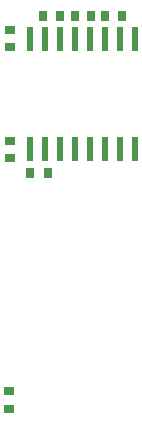
<source format=gbp>
G04*
G04 #@! TF.GenerationSoftware,Altium Limited,CircuitStudio,1.5.2 (30)*
G04*
G04 Layer_Color=16770453*
%FSLAX25Y25*%
%MOIN*%
G70*
G01*
G75*
%ADD11R,0.03150X0.03543*%
%ADD12R,0.03543X0.02756*%
%ADD13R,0.03543X0.03150*%
%ADD29R,0.02323X0.08071*%
%ADD30R,0.02756X0.03543*%
D11*
X1068942Y799450D02*
D03*
X1074454D02*
D03*
X1079442Y799350D02*
D03*
X1084954D02*
D03*
X1089642D02*
D03*
X1095154D02*
D03*
D12*
X1057400Y668397D02*
D03*
Y674303D02*
D03*
D13*
X1057948Y789094D02*
D03*
Y794606D02*
D03*
X1057952Y751994D02*
D03*
Y757506D02*
D03*
D29*
X1064598Y755023D02*
D03*
X1069598D02*
D03*
X1074598D02*
D03*
X1079598D02*
D03*
X1084598D02*
D03*
X1089598D02*
D03*
X1094598D02*
D03*
X1099598D02*
D03*
Y791677D02*
D03*
X1094598D02*
D03*
X1089598D02*
D03*
X1084598D02*
D03*
X1079598D02*
D03*
X1074598D02*
D03*
X1069598D02*
D03*
X1064598D02*
D03*
D30*
X1070553Y747050D02*
D03*
X1064647D02*
D03*
M02*

</source>
